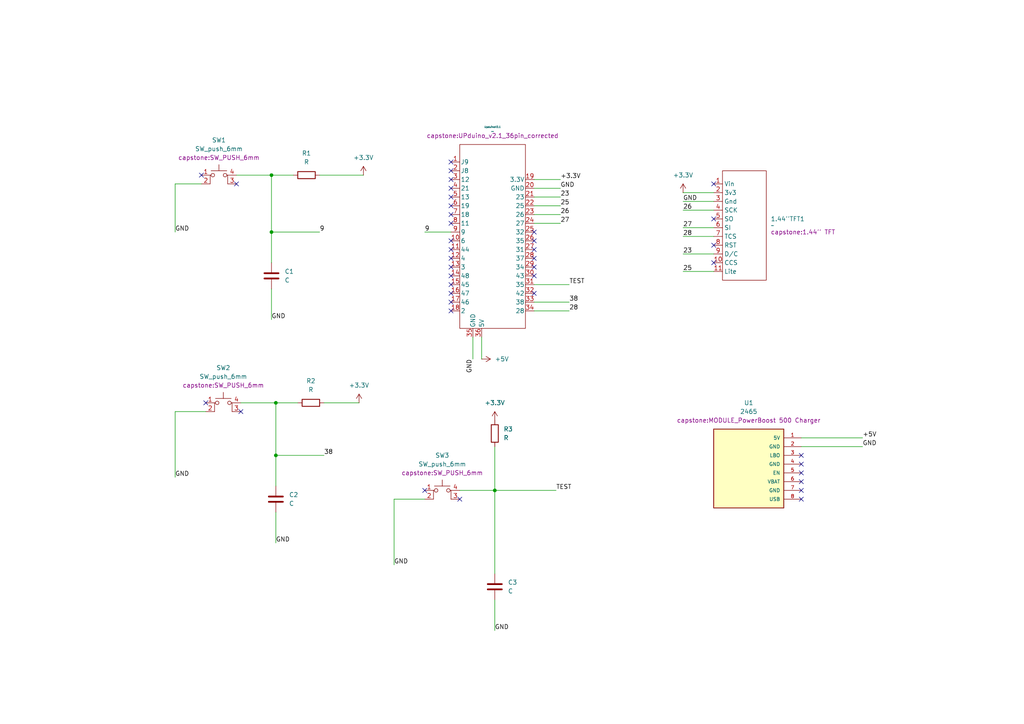
<source format=kicad_sch>
(kicad_sch (version 20250114) (generator "eeschema") (generator_version "9.0")
  (paper "A4")
  (lib_symbols
    (symbol "Device:C" (pin_numbers (hide yes)) (pin_names (offset 0.254))
      (property "Reference" "C" (at 0.635 2.54 0))
      (property "Value" "C" (at 0.635 -2.54 0))
      (symbol "C_0_1"
        (polyline (pts (xy -2.032 0.762) (xy 2.032 0.762)) (stroke (width 0.508)))
        (polyline (pts (xy -2.032 -0.762) (xy 2.032 -0.762)) (stroke (width 0.508)))
      )
      (symbol "C_1_1"
        (pin passive line (at 0 3.81 270) (length 2.794) (name "~") (number "1"))
        (pin passive line (at 0 -3.81 90) (length 2.794) (name "~") (number "2"))
      )
    )
    (symbol "Device:R" (pin_numbers (hide yes)) (pin_names (offset 0))
      (property "Reference" "R" (at 2.032 0 90))
      (property "Value" "R" (at 0 0 90))
      (symbol "R_0_1"
        (rectangle (start -1.016 -2.54) (end 1.016 2.54) (stroke (width 0.254)))
      )
      (symbol "R_1_1"
        (pin passive line (at 0 3.81 270) (length 1.27) (name "~") (number "1"))
        (pin passive line (at 0 -3.81 90) (length 1.27) (name "~") (number "2"))
      )
    )
    (symbol "New_Library:1.44''_TFT"
      (property "Reference" "1.44''TFT1" (at 10.16 22.8601 0))
      (property "Value" "~" (at 10.16 20.955 0))
      (property "Footprint" "1.44'' TFT:1.44'' TFT" (at 10.16 19.0501 0))
      (symbol "1.44''_TFT_0_1"
        (rectangle (start -3.81 36.83) (end 8.89 5.08))
      )
      (symbol "1.44''_TFT_1_1"
        (pin power_in line (at -6.35 33.02 0) (length 2.54) (name "Vin") (number "1"))
        (pin power_in line (at -6.35 30.48 0) (length 2.54) (name "3v3") (number "2"))
        (pin passive line (at -6.35 27.94 0) (length 2.54) (name "Gnd") (number "3"))
        (pin input line (at -6.35 25.4 0) (length 2.54) (name "SCK") (number "4"))
        (pin output line (at -6.35 22.86 0) (length 2.54) (name "SO") (number "5"))
        (pin input line (at -6.35 20.32 0) (length 2.54) (name "SI") (number "6"))
        (pin input line (at -6.35 17.78 0) (length 2.54) (name "TCS") (number "7"))
        (pin input line (at -6.35 15.24 0) (length 2.54) (name "RST") (number "8"))
        (pin input line (at -6.35 12.7 0) (length 2.54) (name "D/C") (number "9"))
        (pin input line (at -6.35 10.16 0) (length 2.54) (name "CCS") (number "10"))
        (pin input line (at -6.35 7.62 0) (length 2.54) (name "Lite") (number "11"))
      )
    )
    (symbol "New_Library:SW_push_6mm" (pin_names (offset 1.016) (hide yes))
      (property "Reference" "SW" (at 0.635 5.715 0))
      (property "Value" "SW_push_6mm" (at 0 -3.175 0))
      (property "Footprint" "Button_Switch_THT:SW_PUSH_6mm" (at 1.016 -6.35 0))
      (symbol "SW_push_6mm_0_1"
        (polyline (pts (xy -2.54 0) (xy -2.54 2.54) (xy -2.286 2.54)))
        (polyline (pts (xy -2.286 3.81) (xy 2.286 3.81)))
        (circle (center -1.778 2.54) (radius 0.508))
        (polyline (pts (xy 0 3.81) (xy 0 5.588)))
        (circle (center 1.778 2.54) (radius 0.508))
        (polyline (pts (xy 2.54 0) (xy 2.54 2.54) (xy 2.286 2.54)))
        (pin passive line (at -5.08 2.54 0) (length 2.54) (name "1") (number "1"))
        (pin passive line (at -5.08 0 0) (length 2.54) (name "2") (number "2"))
        (pin passive line (at 5.08 2.54 180) (length 2.54) (name "A") (number "4"))
        (pin passive line (at 5.08 0 180) (length 2.54) (name "K") (number "3"))
      )
    )
    (symbol "New_Library:Updino_V2.1" (pin_names (offset 0.254))
      (property "Reference" "Upduino V2.1" (at -9.525 50.8 0))
      (property "Value" "~" (at -9.525 49.53 0))
      (property "Footprint" "Library:UPduino_v2.1_36pin_corrected" (at -9.525 48.26 0))
      (symbol "Updino_V2.1_0_1"
        (rectangle (start -19.05 45.72) (end 0 -7.62))
      )
      (symbol "Updino_V2.1_1_1"
        (pin bidirectional line (at -21.59 40.64 0) (length 2.54) (name "J9") (number "1"))
        (pin bidirectional line (at -21.59 38.1 0) (length 2.54) (name "J8") (number "2"))
        (pin bidirectional line (at -21.59 35.56 0) (length 2.54) (name "12") (number "3"))
        (pin bidirectional line (at -21.59 33.02 0) (length 2.54) (name "21") (number "4"))
        (pin bidirectional line (at -21.59 30.48 0) (length 2.54) (name "13") (number "5"))
        (pin bidirectional line (at -21.59 27.94 0) (length 2.54) (name "19") (number "6"))
        (pin bidirectional line (at -21.59 25.4 0) (length 2.54) (name "18") (number "7"))
        (pin bidirectional line (at -21.59 22.86 0) (length 2.54) (name "11") (number "8"))
        (pin bidirectional line (at -21.59 20.32 0) (length 2.54) (name "9") (number "9"))
        (pin bidirectional line (at -21.59 17.78 0) (length 2.54) (name "6") (number "10"))
        (pin bidirectional line (at -21.59 15.24 0) (length 2.54) (name "44") (number "11"))
        (pin bidirectional line (at -21.59 12.7 0) (length 2.54) (name "4") (number "12"))
        (pin bidirectional line (at -21.59 10.16 0) (length 2.54) (name "3") (number "13"))
        (pin bidirectional line (at -21.59 7.62 0) (length 2.54) (name "48") (number "14"))
        (pin bidirectional line (at -21.59 5.08 0) (length 2.54) (name "45") (number "15"))
        (pin bidirectional line (at -21.59 2.54 0) (length 2.54) (name "47") (number "16"))
        (pin bidirectional line (at -21.59 0 0) (length 2.54) (name "46") (number "17"))
        (pin bidirectional line (at -21.59 -2.54 0) (length 2.54) (name "2") (number "18"))
        (pin passive line (at -15.24 -10.16 90) (length 2.54) (name "GND") (number "35"))
        (pin power_in line (at -12.7 -10.16 90) (length 2.54) (name "5V") (number "36"))
        (pin power_out line (at 2.54 35.56 180) (length 2.54) (name "3.3V") (number "19"))
        (pin passive line (at 2.54 33.02 180) (length 2.54) (name "GND") (number "20"))
        (pin bidirectional line (at 2.54 30.48 180) (length 2.54) (name "23") (number "21"))
        (pin bidirectional line (at 2.54 27.94 180) (length 2.54) (name "25") (number "22"))
        (pin bidirectional line (at 2.54 25.4 180) (length 2.54) (name "26") (number "23"))
        (pin bidirectional line (at 2.54 22.86 180) (length 2.54) (name "27") (number "24"))
        (pin bidirectional line (at 2.54 20.32 180) (length 2.54) (name "32") (number "25"))
        (pin bidirectional line (at 2.54 17.78 180) (length 2.54) (name "35") (number "26"))
        (pin bidirectional line (at 2.54 15.24 180) (length 2.54) (name "31") (number "27"))
        (pin bidirectional line (at 2.54 12.7 180) (length 2.54) (name "37") (number "28"))
        (pin bidirectional line (at 2.54 10.16 180) (length 2.54) (name "34") (number "29"))
        (pin bidirectional line (at 2.54 7.62 180) (length 2.54) (name "43") (number "30"))
        (pin bidirectional line (at 2.54 5.08 180) (length 2.54) (name "35") (number "31"))
        (pin bidirectional line (at 2.54 2.54 180) (length 2.54) (name "42") (number "32"))
        (pin bidirectional line (at 2.54 0 180) (length 2.54) (name "38") (number "33"))
        (pin bidirectional line (at 2.54 -2.54 180) (length 2.54) (name "28") (number "34"))
      )
    )
    (symbol "PowerBoost 500 Charger:2465" (pin_names (offset 1.016))
      (property "Reference" "U1" (at 0 17.78 0))
      (property "Value" "2465" (at 0 15.24 0))
      (property "Footprint" "Library:MODULE_PowerBoost 500 Charger" (at 0 12.7 0))
      (symbol "2465_0_0"
        (rectangle (start -10.16 -12.7) (end 10.16 10.16) (stroke (width 0.254)) (fill (type background)))
      )
      (symbol "2465_1_0"
        (pin power_out line (at 15.24 7.62 180) (length 5.08) (name "5V") (number "1"))
        (pin passive line (at 15.24 5.08 180) (length 5.08) (name "GND") (number "2"))
        (pin power_in line (at 15.24 2.54 180) (length 5.08) (name "LBO") (number "3"))
        (pin power_in line (at 15.24 0 180) (length 5.08) (name "GND") (number "4"))
        (pin input line (at 15.24 -2.54 180) (length 5.08) (name "EN") (number "5"))
        (pin output line (at 15.24 -5.08 180) (length 5.08) (name "VBAT") (number "6"))
        (pin power_in line (at 15.24 -7.62 180) (length 5.08) (name "GND") (number "7"))
        (pin power_in line (at 15.24 -10.16 180) (length 5.08) (name "USB") (number "8"))
      )
    )
    (symbol "power:+3.3V" (power) (pin_numbers (hide yes)) (pin_names (offset 0) (hide yes))
      (property "Value" "+3.3V" (at 0 3.556 0))
      (symbol "+3.3V_0_1"
        (polyline (pts (xy -0.762 1.27) (xy 0 2.54)))
        (polyline (pts (xy 0 2.54) (xy 0.762 1.27)))
        (polyline (pts (xy 0 0) (xy 0 2.54)))
      )
      (symbol "+3.3V_1_1"
        (pin power_in line (at 0 0 90) (length 0) (name "~") (number "1"))
      )
    )
    (symbol "power:+5V" (power) (pin_numbers (hide yes)) (pin_names (offset 0) (hide yes))
      (property "Value" "+5V" (at 0 3.556 0))
      (symbol "+5V_0_1"
        (polyline (pts (xy -0.762 1.27) (xy 0 2.54)))
        (polyline (pts (xy 0 2.54) (xy 0.762 1.27)))
        (polyline (pts (xy 0 0) (xy 0 2.54)))
      )
      (symbol "+5V_1_1"
        (pin power_in line (at 0 0 90) (length 0) (name "~") (number "1"))
      )
    )
  )
  (junction (at 78.74 67.31))
  (junction (at 80.01 132.08))
  (junction (at 143.51 142.24))
  (junction (at 80.01 116.84))
  (junction (at 78.74 50.8))
  (no_connect (at 123.19 142.24))
  (no_connect (at 154.94 85.09))
  (no_connect (at 59.69 116.84))
  (no_connect (at 130.81 74.93))
  (no_connect (at 130.81 85.09))
  (no_connect (at 154.94 80.01))
  (no_connect (at 69.85 119.38))
  (no_connect (at 207.01 76.2))
  (no_connect (at 154.94 72.39))
  (no_connect (at 154.94 67.31))
  (no_connect (at 130.81 77.47))
  (no_connect (at 130.81 57.15))
  (no_connect (at 232.41 132.08))
  (no_connect (at 130.81 52.07))
  (no_connect (at 130.81 82.55))
  (no_connect (at 207.01 71.12))
  (no_connect (at 232.41 144.78))
  (no_connect (at 68.58 53.34))
  (no_connect (at 58.42 50.8))
  (no_connect (at 154.94 69.85))
  (no_connect (at 207.01 53.34))
  (no_connect (at 130.81 64.77))
  (no_connect (at 130.81 69.85))
  (no_connect (at 154.94 74.93))
  (no_connect (at 232.41 142.24))
  (no_connect (at 130.81 62.23))
  (no_connect (at 130.81 87.63))
  (no_connect (at 133.35 144.78))
  (no_connect (at 232.41 134.62))
  (no_connect (at 130.81 59.69))
  (no_connect (at 232.41 139.7))
  (no_connect (at 154.94 77.47))
  (no_connect (at 130.81 46.99))
  (no_connect (at 130.81 90.17))
  (no_connect (at 232.41 137.16))
  (no_connect (at 130.81 72.39))
  (no_connect (at 130.81 54.61))
  (no_connect (at 130.81 80.01))
  (no_connect (at 130.81 49.53))
  (no_connect (at 207.01 63.5))
  (wire (pts (xy 114.3 144.78) (xy 114.3 163.83)))
  (wire (pts (xy 80.01 148.59) (xy 80.01 157.48)))
  (wire (pts (xy 78.74 50.8) (xy 85.09 50.8)))
  (wire (pts (xy 250.19 129.54) (xy 232.41 129.54)))
  (wire (pts (xy 198.12 60.96) (xy 207.01 60.96)))
  (wire (pts (xy 198.12 58.42) (xy 207.01 58.42)))
  (wire (pts (xy 93.98 116.84) (xy 104.14 116.84)))
  (wire (pts (xy 78.74 50.8) (xy 78.74 67.31)))
  (wire (pts (xy 50.8 53.34) (xy 50.8 67.31)))
  (wire (pts (xy 59.69 119.38) (xy 50.8 119.38)))
  (wire (pts (xy 80.01 116.84) (xy 86.36 116.84)))
  (wire (pts (xy 78.74 67.31) (xy 92.71 67.31)))
  (wire (pts (xy 139.7 104.14) (xy 139.7 97.79)))
  (wire (pts (xy 92.71 50.8) (xy 105.41 50.8)))
  (wire (pts (xy 162.56 57.15) (xy 154.94 57.15)))
  (wire (pts (xy 78.74 83.82) (xy 78.74 92.71)))
  (wire (pts (xy 133.35 142.24) (xy 143.51 142.24)))
  (wire (pts (xy 137.16 97.79) (xy 137.16 104.14)))
  (wire (pts (xy 68.58 50.8) (xy 78.74 50.8)))
  (wire (pts (xy 198.12 66.04) (xy 207.01 66.04)))
  (wire (pts (xy 162.56 52.07) (xy 154.94 52.07)))
  (wire (pts (xy 162.56 64.77) (xy 154.94 64.77)))
  (wire (pts (xy 154.94 82.55) (xy 165.1 82.55)))
  (wire (pts (xy 198.12 78.74) (xy 207.01 78.74)))
  (wire (pts (xy 80.01 132.08) (xy 93.98 132.08)))
  (wire (pts (xy 143.51 142.24) (xy 161.29 142.24)))
  (wire (pts (xy 69.85 116.84) (xy 80.01 116.84)))
  (wire (pts (xy 165.1 87.63) (xy 154.94 87.63)))
  (wire (pts (xy 123.19 67.31) (xy 130.81 67.31)))
  (wire (pts (xy 58.42 53.34) (xy 50.8 53.34)))
  (wire (pts (xy 143.51 129.54) (xy 143.51 142.24)))
  (wire (pts (xy 80.01 132.08) (xy 80.01 140.97)))
  (wire (pts (xy 143.51 142.24) (xy 143.51 166.37)))
  (wire (pts (xy 162.56 54.61) (xy 154.94 54.61)))
  (wire (pts (xy 50.8 119.38) (xy 50.8 138.43)))
  (wire (pts (xy 165.1 90.17) (xy 154.94 90.17)))
  (wire (pts (xy 80.01 116.84) (xy 80.01 132.08)))
  (wire (pts (xy 162.56 62.23) (xy 154.94 62.23)))
  (wire (pts (xy 162.56 59.69) (xy 154.94 59.69)))
  (wire (pts (xy 78.74 67.31) (xy 78.74 76.2)))
  (wire (pts (xy 198.12 55.88) (xy 207.01 55.88)))
  (wire (pts (xy 143.51 173.99) (xy 143.51 182.88)))
  (wire (pts (xy 198.12 68.58) (xy 207.01 68.58)))
  (wire (pts (xy 250.19 127) (xy 232.41 127)))
  (wire (pts (xy 123.19 144.78) (xy 114.3 144.78)))
  (wire (pts (xy 198.12 73.66) (xy 207.01 73.66)))
  (label "23" (at 162.56 57.15 0))
  (label "26" (at 162.56 62.23 0))
  (label "26" (at 198.12 60.96 0))
  (label "25" (at 162.56 59.69 0))
  (label "28" (at 165.1 90.17 0))
  (label "GND" (at 162.56 54.61 0))
  (label "25" (at 198.12 78.74 0))
  (label "28" (at 198.12 68.58 0))
  (label "38" (at 165.1 87.63 0))
  (label "38" (at 93.98 132.08 0))
  (label "TEST" (at 161.29 142.24 0))
  (label "GND" (at 250.19 129.54 0))
  (label "GND" (at 50.8 138.43 0))
  (label "GND" (at 143.51 182.88 0))
  (label "9" (at 123.19 67.31 0))
  (label "GND" (at 78.74 92.71 0))
  (label "+5V" (at 250.19 127 0))
  (label "GND" (at 80.01 157.48 0))
  (label "27" (at 162.56 64.77 0))
  (label "+3.3V" (at 162.56 52.07 0))
  (label "23" (at 198.12 73.66 0))
  (label "GND" (at 198.12 58.42 0))
  (label "9" (at 92.71 67.31 0))
  (label "GND" (at 114.3 163.83 0))
  (label "GND" (at 137.16 104.14 270))
  (label "TEST" (at 165.1 82.55 0))
  (label "27" (at 198.12 66.04 0))
  (label "GND" (at 50.8 67.31 0))
  (symbol (lib_id "Device:R") (at 90.17 116.84 270) (unit 1)
    (property "Reference" "R2" (at 90.17 110.49 90))
    (property "Value" "R" (at 90.17 113.03 90))
    (property "Footprint" "Resistor_THT:R_Axial_DIN0207_L6.3mm_D2.5mm_P2.54mm_Vertical" (effects (hide yes)))
    (property "Description" "Resistor" (effects (hide yes)))
  )
  (symbol (lib_id "New_Library:1.44''_TFT") (at 213.36 86.36 0) (unit 1)
    (property "Reference" "1.44''TFT1" (at 223.52 63.4999 0) (effects (justify left)))
    (property "Value" "~" (at 223.52 65.405 0) (effects (justify left)))
    (property "Footprint" "capstone:1.44'' TFT" (at 223.52 67.3099 0) (effects (justify left)))
  )
  (symbol (lib_id "power:+3.3V") (at 105.41 50.8 0) (unit 1)
    (property "Reference" "#PWR01" (effects (hide yes)))
    (property "Value" "+3.3V" (at 105.41 45.72 0))
    (property "Description" "Power symbol creates a global label with name \"+3.3V\"" (effects (hide yes)))
  )
  (symbol (lib_id "Device:R") (at 143.51 125.73 0) (unit 1)
    (property "Reference" "R3" (at 146.05 124.4599 0) (effects (justify left)))
    (property "Value" "R" (at 146.05 126.9999 0) (effects (justify left)))
    (property "Footprint" "Resistor_THT:R_Axial_DIN0207_L6.3mm_D2.5mm_P2.54mm_Vertical" (effects (hide yes)))
    (property "Description" "Resistor" (effects (hide yes)))
  )
  (symbol (lib_id "power:+5V") (at 139.7 104.14 270) (unit 1)
    (property "Reference" "#PWR04" (effects (hide yes)))
    (property "Value" "+5V" (at 143.51 104.1399 90) (effects (justify left)))
    (property "Description" "Power symbol creates a global label with name \"+5V\"" (effects (hide yes)))
  )
  (symbol (lib_id "Device:R") (at 88.9 50.8 270) (unit 1)
    (property "Reference" "R1" (at 88.9 44.45 90))
    (property "Value" "R" (at 88.9 46.99 90))
    (property "Footprint" "Resistor_THT:R_Axial_DIN0207_L6.3mm_D2.5mm_P2.54mm_Vertical" (effects (hide yes)))
    (property "Description" "Resistor" (effects (hide yes)))
  )
  (symbol (lib_id "New_Library:SW_push_6mm") (at 64.77 119.38 0) (unit 1)
    (property "Reference" "SW2" (at 64.77 106.68 0))
    (property "Value" "SW_push_6mm" (at 64.77 109.22 0))
    (property "Footprint" "capstone:SW_PUSH_6mm" (at 64.77 111.76 0))
  )
  (symbol (lib_id "Device:C") (at 143.51 170.18 0) (unit 1)
    (property "Reference" "C3" (at 147.32 168.9099 0) (effects (justify left)))
    (property "Value" "C" (at 147.32 171.4499 0) (effects (justify left)))
    (property "Footprint" "Capacitor_THT:C_Axial_L3.8mm_D2.6mm_P7.50mm_Horizontal" (effects (hide yes)))
    (property "Description" "Unpolarized capacitor" (effects (hide yes)))
  )
  (symbol (lib_id "power:+3.3V") (at 143.51 121.92 0) (unit 1)
    (property "Reference" "#PWR05" (effects (hide yes)))
    (property "Value" "+3.3V" (at 143.51 116.84 0))
    (property "Description" "Power symbol creates a global label with name \"+3.3V\"" (effects (hide yes)))
  )
  (symbol (lib_id "PowerBoost 500 Charger:2465") (at 217.17 134.62 0) (unit 1)
    (property "Reference" "U1" (at 217.17 116.84 0))
    (property "Value" "2465" (at 217.17 119.38 0))
    (property "Footprint" "capstone:MODULE_PowerBoost 500 Charger" (at 217.17 121.92 0))
    (property "PARTREV" "B" (effects (hide yes)))
    (property "MP" "2465" (effects (hide yes)))
  )
  (symbol (lib_id "Device:C") (at 80.01 144.78 0) (unit 1)
    (property "Reference" "C2" (at 83.82 143.5099 0) (effects (justify left)))
    (property "Value" "C" (at 83.82 146.0499 0) (effects (justify left)))
    (property "Footprint" "Capacitor_THT:C_Axial_L3.8mm_D2.6mm_P7.50mm_Horizontal" (effects (hide yes)))
    (property "Description" "Unpolarized capacitor" (effects (hide yes)))
  )
  (symbol (lib_id "power:+3.3V") (at 198.12 55.88 0) (unit 1)
    (property "Reference" "#PWR03" (effects (hide yes)))
    (property "Value" "+3.3V" (at 198.12 50.8 0))
    (property "Description" "Power symbol creates a global label with name \"+3.3V\"" (effects (hide yes)))
  )
  (symbol (lib_id "power:+3.3V") (at 104.14 116.84 0) (unit 1)
    (property "Reference" "#PWR02" (effects (hide yes)))
    (property "Value" "+3.3V" (at 104.14 111.76 0))
    (property "Description" "Power symbol creates a global label with name \"+3.3V\"" (effects (hide yes)))
  )
  (symbol (lib_id "New_Library:SW_push_6mm") (at 128.27 144.78 0) (unit 1)
    (property "Reference" "SW3" (at 128.27 132.08 0))
    (property "Value" "SW_push_6mm" (at 128.27 134.62 0))
    (property "Footprint" "capstone:SW_PUSH_6mm" (at 128.27 137.16 0))
  )
  (symbol (lib_id "New_Library:Updino_V2.1") (at 152.4 87.63 0) (unit 1)
    (property "Reference" "UpduinoV2.1" (at 142.875 36.83 0) (effects (font (size 0.508 0.508))))
    (property "Value" "~" (at 142.875 38.1 0))
    (property "Footprint" "capstone:UPduino_v2.1_36pin_corrected" (at 142.875 39.37 0))
  )
  (symbol (lib_id "Device:C") (at 78.74 80.01 0) (unit 1)
    (property "Reference" "C1" (at 82.55 78.7399 0) (effects (justify left)))
    (property "Value" "C" (at 82.55 81.2799 0) (effects (justify left)))
    (property "Footprint" "Capacitor_THT:C_Axial_L3.8mm_D2.6mm_P7.50mm_Horizontal" (effects (hide yes)))
    (property "Description" "Unpolarized capacitor" (effects (hide yes)))
  )
  (symbol (lib_id "New_Library:SW_push_6mm") (at 63.5 53.34 0) (unit 1)
    (property "Reference" "SW1" (at 63.5 40.64 0))
    (property "Value" "SW_push_6mm" (at 63.5 43.18 0))
    (property "Footprint" "capstone:SW_PUSH_6mm" (at 63.5 45.72 0))
  )
)
</source>
